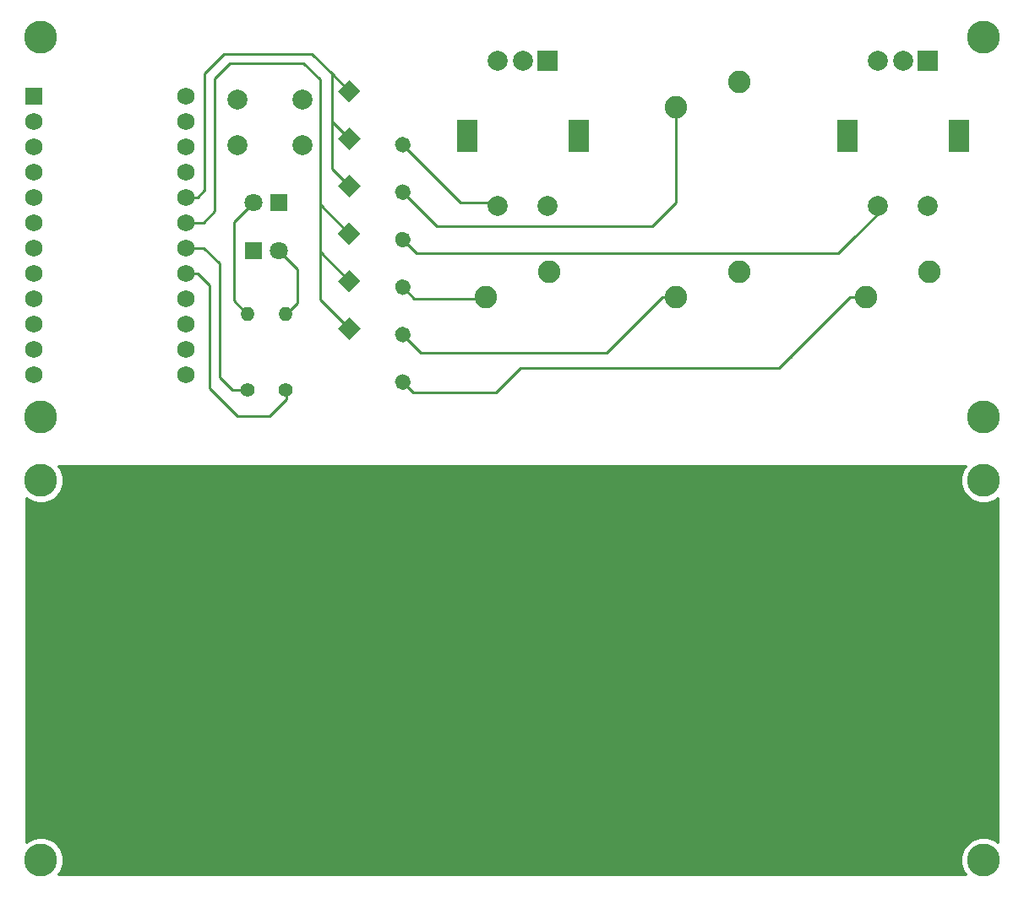
<source format=gbr>
%TF.GenerationSoftware,KiCad,Pcbnew,(5.1.9)-1*%
%TF.CreationDate,2021-04-14T21:31:02+02:00*%
%TF.ProjectId,Neopad,4e656f70-6164-42e6-9b69-6361645f7063,rev?*%
%TF.SameCoordinates,Original*%
%TF.FileFunction,Copper,L1,Top*%
%TF.FilePolarity,Positive*%
%FSLAX46Y46*%
G04 Gerber Fmt 4.6, Leading zero omitted, Abs format (unit mm)*
G04 Created by KiCad (PCBNEW (5.1.9)-1) date 2021-04-14 21:31:02*
%MOMM*%
%LPD*%
G01*
G04 APERTURE LIST*
%TA.AperFunction,ComponentPad*%
%ADD10O,1.400000X1.400000*%
%TD*%
%TA.AperFunction,ComponentPad*%
%ADD11C,1.400000*%
%TD*%
%TA.AperFunction,ComponentPad*%
%ADD12R,1.752600X1.752600*%
%TD*%
%TA.AperFunction,ComponentPad*%
%ADD13C,1.752600*%
%TD*%
%TA.AperFunction,ComponentPad*%
%ADD14C,2.000000*%
%TD*%
%TA.AperFunction,ComponentPad*%
%ADD15C,0.100000*%
%TD*%
%TA.AperFunction,ComponentPad*%
%ADD16C,3.300000*%
%TD*%
%TA.AperFunction,ComponentPad*%
%ADD17R,2.000000X3.200000*%
%TD*%
%TA.AperFunction,ComponentPad*%
%ADD18R,2.000000X2.000000*%
%TD*%
%TA.AperFunction,ComponentPad*%
%ADD19R,1.800000X1.800000*%
%TD*%
%TA.AperFunction,ComponentPad*%
%ADD20C,1.800000*%
%TD*%
%TA.AperFunction,ComponentPad*%
%ADD21C,2.250000*%
%TD*%
%TA.AperFunction,Conductor*%
%ADD22C,0.254000*%
%TD*%
%TA.AperFunction,NonConductor*%
%ADD23C,0.254000*%
%TD*%
%TA.AperFunction,NonConductor*%
%ADD24C,0.100000*%
%TD*%
G04 APERTURE END LIST*
D10*
%TO.P,R2,2*%
%TO.N,Net-(D5-Pad2)*%
X68199000Y-80899000D03*
D11*
%TO.P,R2,1*%
%TO.N,LED1*%
X68199000Y-88519000D03*
%TD*%
D10*
%TO.P,R1,2*%
%TO.N,Net-(D4-Pad2)*%
X64389000Y-80899000D03*
D11*
%TO.P,R1,1*%
%TO.N,LED0*%
X64389000Y-88519000D03*
%TD*%
D12*
%TO.P,U1,1*%
%TO.N,Net-(U1-Pad1)*%
X42926000Y-59055000D03*
D13*
%TO.P,U1,2*%
%TO.N,Net-(U1-Pad2)*%
X42926000Y-61595000D03*
%TO.P,U1,3*%
%TO.N,GND*%
X42926000Y-64135000D03*
%TO.P,U1,4*%
X42926000Y-66675000D03*
%TO.P,U1,5*%
%TO.N,ENC1B*%
X42926000Y-69215000D03*
%TO.P,U1,6*%
%TO.N,ENC1A*%
X42926000Y-71755000D03*
%TO.P,U1,7*%
%TO.N,ENC2B*%
X42926000Y-74295000D03*
%TO.P,U1,8*%
%TO.N,ENC2A*%
X42926000Y-76835000D03*
%TO.P,U1,9*%
%TO.N,Net-(U1-Pad9)*%
X42926000Y-79375000D03*
%TO.P,U1,10*%
%TO.N,Net-(U1-Pad10)*%
X42926000Y-81915000D03*
%TO.P,U1,11*%
%TO.N,Net-(U1-Pad11)*%
X42926000Y-84455000D03*
%TO.P,U1,13*%
%TO.N,COL2*%
X58166000Y-86995000D03*
%TO.P,U1,14*%
%TO.N,COL1*%
X58166000Y-84455000D03*
%TO.P,U1,15*%
%TO.N,COL0*%
X58166000Y-81915000D03*
%TO.P,U1,16*%
%TO.N,Net-(U1-Pad16)*%
X58166000Y-79375000D03*
%TO.P,U1,17*%
%TO.N,LED1*%
X58166000Y-76835000D03*
%TO.P,U1,18*%
%TO.N,LED0*%
X58166000Y-74295000D03*
%TO.P,U1,19*%
%TO.N,ROW1*%
X58166000Y-71755000D03*
%TO.P,U1,20*%
%TO.N,ROW0*%
X58166000Y-69215000D03*
%TO.P,U1,21*%
%TO.N,Net-(U1-Pad21)*%
X58166000Y-66675000D03*
%TO.P,U1,22*%
%TO.N,Net-(SW2-Pad3)*%
X58166000Y-64135000D03*
%TO.P,U1,23*%
%TO.N,GND*%
X58166000Y-61595000D03*
%TO.P,U1,12*%
%TO.N,Net-(U1-Pad12)*%
X42926000Y-86995000D03*
%TO.P,U1,24*%
%TO.N,Net-(U1-Pad24)*%
X58166000Y-59055000D03*
%TD*%
D14*
%TO.P,SW2,2*%
%TO.N,GND*%
X69850000Y-59467750D03*
%TO.P,SW2,4*%
%TO.N,Net-(SW2-Pad4)*%
X69850000Y-63967750D03*
%TO.P,SW2,1*%
%TO.N,Net-(SW2-Pad1)*%
X63350000Y-59467750D03*
%TO.P,SW2,3*%
%TO.N,Net-(SW2-Pad3)*%
X63350000Y-63967750D03*
%TD*%
%TO.P,D8,2*%
%TO.N,Net-(D8-Pad2)*%
%TA.AperFunction,ComponentPad*%
G36*
G01*
X79371469Y-87213719D02*
X79371469Y-87213719D01*
G75*
G02*
X80502839Y-87213719I565685J-565685D01*
G01*
X80502839Y-87213719D01*
G75*
G02*
X80502839Y-88345089I-565685J-565685D01*
G01*
X80502839Y-88345089D01*
G75*
G02*
X79371469Y-88345089I-565685J565685D01*
G01*
X79371469Y-88345089D01*
G75*
G02*
X79371469Y-87213719I565685J565685D01*
G01*
G37*
%TD.AperFunction*%
%TA.AperFunction,ComponentPad*%
D15*
%TO.P,D8,1*%
%TO.N,ROW1*%
G36*
X73417629Y-82391250D02*
G01*
X74549000Y-81259879D01*
X75680371Y-82391250D01*
X74549000Y-83522621D01*
X73417629Y-82391250D01*
G37*
%TD.AperFunction*%
%TD*%
%TO.P,D7,2*%
%TO.N,Net-(D7-Pad2)*%
%TA.AperFunction,ComponentPad*%
G36*
G01*
X79371469Y-82451219D02*
X79371469Y-82451219D01*
G75*
G02*
X80502839Y-82451219I565685J-565685D01*
G01*
X80502839Y-82451219D01*
G75*
G02*
X80502839Y-83582589I-565685J-565685D01*
G01*
X80502839Y-83582589D01*
G75*
G02*
X79371469Y-83582589I-565685J565685D01*
G01*
X79371469Y-83582589D01*
G75*
G02*
X79371469Y-82451219I565685J565685D01*
G01*
G37*
%TD.AperFunction*%
%TA.AperFunction,ComponentPad*%
%TO.P,D7,1*%
%TO.N,ROW1*%
G36*
X73417629Y-77628750D02*
G01*
X74549000Y-76497379D01*
X75680371Y-77628750D01*
X74549000Y-78760121D01*
X73417629Y-77628750D01*
G37*
%TD.AperFunction*%
%TD*%
%TO.P,D6,2*%
%TO.N,Net-(D6-Pad2)*%
%TA.AperFunction,ComponentPad*%
G36*
G01*
X79371469Y-77688719D02*
X79371469Y-77688719D01*
G75*
G02*
X80502839Y-77688719I565685J-565685D01*
G01*
X80502839Y-77688719D01*
G75*
G02*
X80502839Y-78820089I-565685J-565685D01*
G01*
X80502839Y-78820089D01*
G75*
G02*
X79371469Y-78820089I-565685J565685D01*
G01*
X79371469Y-78820089D01*
G75*
G02*
X79371469Y-77688719I565685J565685D01*
G01*
G37*
%TD.AperFunction*%
%TA.AperFunction,ComponentPad*%
%TO.P,D6,1*%
%TO.N,ROW1*%
G36*
X73417629Y-72866250D02*
G01*
X74549000Y-71734879D01*
X75680371Y-72866250D01*
X74549000Y-73997621D01*
X73417629Y-72866250D01*
G37*
%TD.AperFunction*%
%TD*%
%TO.P,D3,2*%
%TO.N,Net-(D3-Pad2)*%
%TA.AperFunction,ComponentPad*%
G36*
G01*
X79371469Y-72926219D02*
X79371469Y-72926219D01*
G75*
G02*
X80502839Y-72926219I565685J-565685D01*
G01*
X80502839Y-72926219D01*
G75*
G02*
X80502839Y-74057589I-565685J-565685D01*
G01*
X80502839Y-74057589D01*
G75*
G02*
X79371469Y-74057589I-565685J565685D01*
G01*
X79371469Y-74057589D01*
G75*
G02*
X79371469Y-72926219I565685J565685D01*
G01*
G37*
%TD.AperFunction*%
%TA.AperFunction,ComponentPad*%
%TO.P,D3,1*%
%TO.N,ROW0*%
G36*
X73417629Y-68103750D02*
G01*
X74549000Y-66972379D01*
X75680371Y-68103750D01*
X74549000Y-69235121D01*
X73417629Y-68103750D01*
G37*
%TD.AperFunction*%
%TD*%
%TO.P,D2,2*%
%TO.N,Net-(D2-Pad2)*%
%TA.AperFunction,ComponentPad*%
G36*
G01*
X79371469Y-68163719D02*
X79371469Y-68163719D01*
G75*
G02*
X80502839Y-68163719I565685J-565685D01*
G01*
X80502839Y-68163719D01*
G75*
G02*
X80502839Y-69295089I-565685J-565685D01*
G01*
X80502839Y-69295089D01*
G75*
G02*
X79371469Y-69295089I-565685J565685D01*
G01*
X79371469Y-69295089D01*
G75*
G02*
X79371469Y-68163719I565685J565685D01*
G01*
G37*
%TD.AperFunction*%
%TA.AperFunction,ComponentPad*%
%TO.P,D2,1*%
%TO.N,ROW0*%
G36*
X73417629Y-63341250D02*
G01*
X74549000Y-62209879D01*
X75680371Y-63341250D01*
X74549000Y-64472621D01*
X73417629Y-63341250D01*
G37*
%TD.AperFunction*%
%TD*%
%TA.AperFunction,ComponentPad*%
%TO.P,D1,1*%
%TO.N,ROW0*%
G36*
X73417629Y-58578750D02*
G01*
X74549000Y-57447379D01*
X75680371Y-58578750D01*
X74549000Y-59710121D01*
X73417629Y-58578750D01*
G37*
%TD.AperFunction*%
%TO.P,D1,2*%
%TO.N,Net-(D1-Pad2)*%
%TA.AperFunction,ComponentPad*%
G36*
G01*
X79371469Y-63401219D02*
X79371469Y-63401219D01*
G75*
G02*
X80502839Y-63401219I565685J-565685D01*
G01*
X80502839Y-63401219D01*
G75*
G02*
X80502839Y-64532589I-565685J-565685D01*
G01*
X80502839Y-64532589D01*
G75*
G02*
X79371469Y-64532589I-565685J565685D01*
G01*
X79371469Y-64532589D01*
G75*
G02*
X79371469Y-63401219I565685J565685D01*
G01*
G37*
%TD.AperFunction*%
%TD*%
D16*
%TO.P,H8,1*%
%TO.N,N/C*%
X138112500Y-135731250D03*
%TD*%
%TO.P,H7,1*%
%TO.N,N/C*%
X138112500Y-97631250D03*
%TD*%
%TO.P,H6,1*%
%TO.N,N/C*%
X43656250Y-135731250D03*
%TD*%
%TO.P,H5,1*%
%TO.N,N/C*%
X43656250Y-97631250D03*
%TD*%
D14*
%TO.P,SW3,S2*%
%TO.N,Net-(D1-Pad2)*%
X89456250Y-70062500D03*
%TO.P,SW3,S1*%
%TO.N,COL0*%
X94456250Y-70062500D03*
D17*
%TO.P,SW3,MP*%
%TO.N,N/C*%
X86356250Y-63062500D03*
X97556250Y-63062500D03*
D14*
%TO.P,SW3,B*%
%TO.N,ENC1B*%
X89456250Y-55562500D03*
%TO.P,SW3,C*%
%TO.N,GND*%
X91956250Y-55562500D03*
D18*
%TO.P,SW3,A*%
%TO.N,ENC1A*%
X94456250Y-55562500D03*
%TD*%
D14*
%TO.P,SW1,S2*%
%TO.N,Net-(D3-Pad2)*%
X127556250Y-70062500D03*
%TO.P,SW1,S1*%
%TO.N,COL2*%
X132556250Y-70062500D03*
D17*
%TO.P,SW1,MP*%
%TO.N,N/C*%
X124456250Y-63062500D03*
X135656250Y-63062500D03*
D14*
%TO.P,SW1,B*%
%TO.N,ENC2B*%
X127556250Y-55562500D03*
%TO.P,SW1,C*%
%TO.N,GND*%
X130056250Y-55562500D03*
D18*
%TO.P,SW1,A*%
%TO.N,ENC2A*%
X132556250Y-55562500D03*
%TD*%
D19*
%TO.P,D5,1*%
%TO.N,GND*%
X64928750Y-74549000D03*
D20*
%TO.P,D5,2*%
%TO.N,Net-(D5-Pad2)*%
X67468750Y-74549000D03*
%TD*%
D19*
%TO.P,D4,1*%
%TO.N,GND*%
X67468750Y-69786500D03*
D20*
%TO.P,D4,2*%
%TO.N,Net-(D4-Pad2)*%
X64928750Y-69786500D03*
%TD*%
D16*
%TO.P,H4,1*%
%TO.N,N/C*%
X138112500Y-53181250D03*
%TD*%
%TO.P,H3,1*%
%TO.N,N/C*%
X43656250Y-53181250D03*
%TD*%
%TO.P,H2,1*%
%TO.N,N/C*%
X138112500Y-91281250D03*
%TD*%
%TO.P,H1,1*%
%TO.N,N/C*%
X43656250Y-91281250D03*
%TD*%
D21*
%TO.P,MX2,1*%
%TO.N,COL0*%
X94615000Y-76676250D03*
%TO.P,MX2,2*%
%TO.N,Net-(D6-Pad2)*%
X88265000Y-79216250D03*
%TD*%
%TO.P,MX3,1*%
%TO.N,COL1*%
X113665000Y-76676250D03*
%TO.P,MX3,2*%
%TO.N,Net-(D7-Pad2)*%
X107315000Y-79216250D03*
%TD*%
%TO.P,MX4,1*%
%TO.N,COL2*%
X132715000Y-76676250D03*
%TO.P,MX4,2*%
%TO.N,Net-(D8-Pad2)*%
X126365000Y-79216250D03*
%TD*%
%TO.P,MX1,1*%
%TO.N,COL1*%
X113665000Y-57626250D03*
%TO.P,MX1,2*%
%TO.N,Net-(D2-Pad2)*%
X107315000Y-60166250D03*
%TD*%
D22*
%TO.N,Net-(D1-Pad2)*%
X79937154Y-63966904D02*
X85725000Y-69754750D01*
X89148500Y-69754750D02*
X89456250Y-70062500D01*
X85725000Y-69754750D02*
X89148500Y-69754750D01*
%TO.N,ROW0*%
X72818625Y-66373375D02*
X74549000Y-68103750D01*
X74549000Y-58578750D02*
X72818625Y-56848375D01*
X72818625Y-61610875D02*
X72818625Y-61547375D01*
X74549000Y-63341250D02*
X72818625Y-61610875D01*
X72818625Y-61547375D02*
X72818625Y-66373375D01*
X72818625Y-56848375D02*
X72818625Y-61547375D01*
X70834250Y-54864000D02*
X72818625Y-56848375D01*
X61976000Y-54864000D02*
X70834250Y-54864000D01*
X60071000Y-56769000D02*
X61976000Y-54864000D01*
X59372500Y-69215000D02*
X60071000Y-68516500D01*
X58166000Y-69215000D02*
X59372500Y-69215000D01*
X60071000Y-68516500D02*
X60071000Y-56769000D01*
%TO.N,Net-(D2-Pad2)*%
X107315000Y-60166250D02*
X107315000Y-69596000D01*
X79937154Y-68729404D02*
X83343750Y-72136000D01*
X83343750Y-72136000D02*
X104902000Y-72136000D01*
X107315000Y-69723000D02*
X107315000Y-69596000D01*
X104902000Y-72136000D02*
X107315000Y-69723000D01*
%TO.N,Net-(D3-Pad2)*%
X124860250Y-73552250D02*
X128350000Y-70062500D01*
X123577750Y-74834750D02*
X124860250Y-73552250D01*
X81280000Y-74834750D02*
X123577750Y-74834750D01*
X79937154Y-73491904D02*
X81280000Y-74834750D01*
%TO.N,Net-(D4-Pad2)*%
X64928750Y-69786500D02*
X62992000Y-71723250D01*
X62992000Y-79597250D02*
X64293750Y-80899000D01*
X62992000Y-71723250D02*
X62992000Y-79597250D01*
%TO.N,Net-(D5-Pad2)*%
X68262500Y-80899000D02*
X69342000Y-79819500D01*
X69342000Y-76422250D02*
X67468750Y-74549000D01*
X69342000Y-79819500D02*
X69342000Y-76422250D01*
%TO.N,Net-(D6-Pad2)*%
X88138000Y-79343250D02*
X88265000Y-79216250D01*
X79937154Y-78254404D02*
X81057750Y-79375000D01*
X88106250Y-79375000D02*
X88265000Y-79216250D01*
X81057750Y-79375000D02*
X88106250Y-79375000D01*
%TO.N,ROW1*%
X71628000Y-57404000D02*
X69977000Y-55753000D01*
X74549000Y-72866250D02*
X71628000Y-69945250D01*
X61087000Y-57277000D02*
X62611000Y-55753000D01*
X69977000Y-55753000D02*
X62611000Y-55753000D01*
X71628000Y-79470250D02*
X74549000Y-82391250D01*
X71628000Y-69945250D02*
X71628000Y-69723000D01*
X71628000Y-69723000D02*
X71628000Y-57404000D01*
X71628000Y-74707750D02*
X71628000Y-73787000D01*
X74549000Y-77628750D02*
X71628000Y-74707750D01*
X71628000Y-73787000D02*
X71628000Y-79470250D01*
X71628000Y-69723000D02*
X71628000Y-73787000D01*
X59944000Y-71755000D02*
X61087000Y-70612000D01*
X58166000Y-71755000D02*
X59944000Y-71755000D01*
X61087000Y-57277000D02*
X61087000Y-70612000D01*
%TO.N,Net-(D7-Pad2)*%
X106806038Y-79216250D02*
X107315000Y-79216250D01*
X107315000Y-79216250D02*
X105949750Y-79216250D01*
X79937154Y-83016904D02*
X81756250Y-84836000D01*
X100330000Y-84836000D02*
X100965000Y-84201000D01*
X81756250Y-84836000D02*
X100330000Y-84836000D01*
X100965000Y-84201000D02*
X100838000Y-84328000D01*
X105949750Y-79216250D02*
X100965000Y-84201000D01*
%TO.N,Net-(D8-Pad2)*%
X125856038Y-79216250D02*
X126365000Y-79216250D01*
X126365000Y-79216250D02*
X124774010Y-79216250D01*
X79937154Y-87779404D02*
X80930750Y-88773000D01*
X80930750Y-88773000D02*
X89281000Y-88773000D01*
X89281000Y-88773000D02*
X91694000Y-86360000D01*
X117630260Y-86360000D02*
X119076630Y-84913630D01*
X91694000Y-86360000D02*
X117630260Y-86360000D01*
X119076630Y-84913630D02*
X118773260Y-85217000D01*
X124774010Y-79216250D02*
X119076630Y-84913630D01*
%TO.N,LED0*%
X62865000Y-88519000D02*
X64293750Y-88519000D01*
X61595000Y-87249000D02*
X62865000Y-88519000D01*
X60007500Y-74295000D02*
X61595000Y-75882500D01*
X58166000Y-74295000D02*
X60007500Y-74295000D01*
X61595000Y-75882500D02*
X61595000Y-87249000D01*
%TO.N,LED1*%
X58166000Y-76835000D02*
X59372500Y-76835000D01*
X60579000Y-78041500D02*
X60579000Y-78835250D01*
X59372500Y-76835000D02*
X60579000Y-78041500D01*
X60579000Y-78835250D02*
X60579000Y-78359000D01*
X66548000Y-91186000D02*
X68262500Y-89471500D01*
X63373000Y-91186000D02*
X66548000Y-91186000D01*
X60579000Y-88392000D02*
X63373000Y-91186000D01*
X60579000Y-78835250D02*
X60579000Y-88392000D01*
X68262500Y-88582500D02*
X68262500Y-89471500D01*
%TD*%
D23*
X136337625Y-96174647D02*
X136087559Y-96548897D01*
X135915311Y-96964740D01*
X135827500Y-97406197D01*
X135827500Y-97856303D01*
X135915311Y-98297760D01*
X136087559Y-98713603D01*
X136337625Y-99087853D01*
X136655897Y-99406125D01*
X137030147Y-99656191D01*
X137445990Y-99828439D01*
X137887447Y-99916250D01*
X138337553Y-99916250D01*
X138779010Y-99828439D01*
X139194853Y-99656191D01*
X139569103Y-99406125D01*
X139573000Y-99402228D01*
X139573000Y-133960272D01*
X139569103Y-133956375D01*
X139194853Y-133706309D01*
X138779010Y-133534061D01*
X138337553Y-133446250D01*
X137887447Y-133446250D01*
X137445990Y-133534061D01*
X137030147Y-133706309D01*
X136655897Y-133956375D01*
X136337625Y-134274647D01*
X136087559Y-134648897D01*
X135915311Y-135064740D01*
X135827500Y-135506197D01*
X135827500Y-135956303D01*
X135915311Y-136397760D01*
X136087559Y-136813603D01*
X136337625Y-137187853D01*
X136341522Y-137191750D01*
X45427228Y-137191750D01*
X45431125Y-137187853D01*
X45681191Y-136813603D01*
X45853439Y-136397760D01*
X45941250Y-135956303D01*
X45941250Y-135506197D01*
X45853439Y-135064740D01*
X45681191Y-134648897D01*
X45431125Y-134274647D01*
X45112853Y-133956375D01*
X44738603Y-133706309D01*
X44322760Y-133534061D01*
X43881303Y-133446250D01*
X43431197Y-133446250D01*
X42989740Y-133534061D01*
X42573897Y-133706309D01*
X42199647Y-133956375D01*
X42195750Y-133960272D01*
X42195750Y-99402228D01*
X42199647Y-99406125D01*
X42573897Y-99656191D01*
X42989740Y-99828439D01*
X43431197Y-99916250D01*
X43881303Y-99916250D01*
X44322760Y-99828439D01*
X44738603Y-99656191D01*
X45112853Y-99406125D01*
X45431125Y-99087853D01*
X45681191Y-98713603D01*
X45853439Y-98297760D01*
X45941250Y-97856303D01*
X45941250Y-97406197D01*
X45853439Y-96964740D01*
X45681191Y-96548897D01*
X45431125Y-96174647D01*
X45427228Y-96170750D01*
X136341522Y-96170750D01*
X136337625Y-96174647D01*
%TA.AperFunction,NonConductor*%
D24*
G36*
X136337625Y-96174647D02*
G01*
X136087559Y-96548897D01*
X135915311Y-96964740D01*
X135827500Y-97406197D01*
X135827500Y-97856303D01*
X135915311Y-98297760D01*
X136087559Y-98713603D01*
X136337625Y-99087853D01*
X136655897Y-99406125D01*
X137030147Y-99656191D01*
X137445990Y-99828439D01*
X137887447Y-99916250D01*
X138337553Y-99916250D01*
X138779010Y-99828439D01*
X139194853Y-99656191D01*
X139569103Y-99406125D01*
X139573000Y-99402228D01*
X139573000Y-133960272D01*
X139569103Y-133956375D01*
X139194853Y-133706309D01*
X138779010Y-133534061D01*
X138337553Y-133446250D01*
X137887447Y-133446250D01*
X137445990Y-133534061D01*
X137030147Y-133706309D01*
X136655897Y-133956375D01*
X136337625Y-134274647D01*
X136087559Y-134648897D01*
X135915311Y-135064740D01*
X135827500Y-135506197D01*
X135827500Y-135956303D01*
X135915311Y-136397760D01*
X136087559Y-136813603D01*
X136337625Y-137187853D01*
X136341522Y-137191750D01*
X45427228Y-137191750D01*
X45431125Y-137187853D01*
X45681191Y-136813603D01*
X45853439Y-136397760D01*
X45941250Y-135956303D01*
X45941250Y-135506197D01*
X45853439Y-135064740D01*
X45681191Y-134648897D01*
X45431125Y-134274647D01*
X45112853Y-133956375D01*
X44738603Y-133706309D01*
X44322760Y-133534061D01*
X43881303Y-133446250D01*
X43431197Y-133446250D01*
X42989740Y-133534061D01*
X42573897Y-133706309D01*
X42199647Y-133956375D01*
X42195750Y-133960272D01*
X42195750Y-99402228D01*
X42199647Y-99406125D01*
X42573897Y-99656191D01*
X42989740Y-99828439D01*
X43431197Y-99916250D01*
X43881303Y-99916250D01*
X44322760Y-99828439D01*
X44738603Y-99656191D01*
X45112853Y-99406125D01*
X45431125Y-99087853D01*
X45681191Y-98713603D01*
X45853439Y-98297760D01*
X45941250Y-97856303D01*
X45941250Y-97406197D01*
X45853439Y-96964740D01*
X45681191Y-96548897D01*
X45431125Y-96174647D01*
X45427228Y-96170750D01*
X136341522Y-96170750D01*
X136337625Y-96174647D01*
G37*
%TD.AperFunction*%
M02*

</source>
